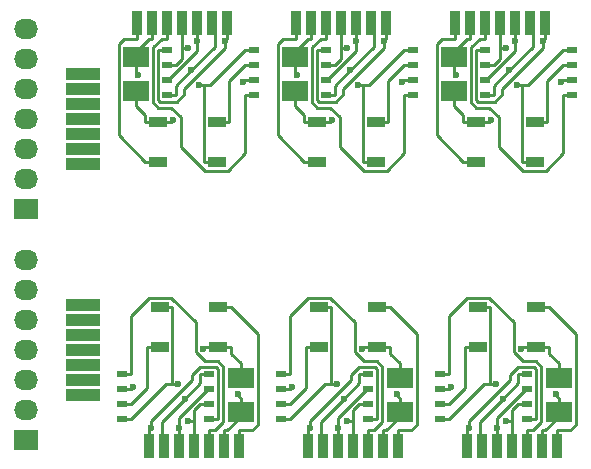
<source format=gtl>
G04 #@! TF.FileFunction,Copper,L1,Top,Signal*
%FSLAX46Y46*%
G04 Gerber Fmt 4.6, Leading zero omitted, Abs format (unit mm)*
G04 Created by KiCad (PCBNEW 4.0.4+e1-6308~48~ubuntu16.04.1-stable) date Mon Nov 28 22:29:59 2016*
%MOMM*%
%LPD*%
G01*
G04 APERTURE LIST*
%ADD10C,0.100000*%
%ADD11R,0.850000X0.480000*%
%ADD12R,1.524000X0.900000*%
%ADD13R,0.900000X2.000000*%
%ADD14R,2.230000X1.800000*%
%ADD15R,3.000000X1.100000*%
%ADD16R,2.032000X1.727200*%
%ADD17O,2.032000X1.727200*%
%ADD18C,0.600000*%
%ADD19C,0.250000*%
G04 APERTURE END LIST*
D10*
D11*
X134874000Y-138430000D03*
X134874000Y-139700000D03*
X134874000Y-140970000D03*
X134874000Y-142240000D03*
X142240000Y-138430000D03*
X142240000Y-139700000D03*
X142240000Y-140970000D03*
X142240000Y-142240000D03*
D12*
X143002000Y-136144000D03*
X143002000Y-132778500D03*
X138049000Y-136144000D03*
X138049000Y-132778500D03*
D13*
X137160000Y-144526000D03*
X138430000Y-144526000D03*
X139700000Y-144526000D03*
X140970000Y-144526000D03*
X142240000Y-144526000D03*
X143510000Y-144526000D03*
X144780000Y-144526000D03*
D14*
X144907000Y-141668000D03*
X144907000Y-138748000D03*
D11*
X161798000Y-138430000D03*
X161798000Y-139700000D03*
X161798000Y-140970000D03*
X161798000Y-142240000D03*
X169164000Y-138430000D03*
X169164000Y-139700000D03*
X169164000Y-140970000D03*
X169164000Y-142240000D03*
D12*
X169926000Y-136144000D03*
X169926000Y-132778500D03*
X164973000Y-136144000D03*
X164973000Y-132778500D03*
D13*
X164084000Y-144526000D03*
X165354000Y-144526000D03*
X166624000Y-144526000D03*
X167894000Y-144526000D03*
X169164000Y-144526000D03*
X170434000Y-144526000D03*
X171704000Y-144526000D03*
D14*
X171831000Y-141668000D03*
X171831000Y-138748000D03*
D15*
X131588000Y-140208000D03*
X131588000Y-138938000D03*
X131588000Y-137668000D03*
X131588000Y-136398000D03*
X131588000Y-135128000D03*
X131588000Y-133858000D03*
X131588000Y-132588000D03*
D16*
X126746000Y-124460000D03*
D17*
X126746000Y-121920000D03*
X126746000Y-119380000D03*
X126746000Y-116840000D03*
X126746000Y-114300000D03*
X126746000Y-111760000D03*
X126746000Y-109220000D03*
D15*
X131588000Y-120650000D03*
X131588000Y-119380000D03*
X131588000Y-118110000D03*
X131588000Y-116840000D03*
X131588000Y-115570000D03*
X131588000Y-114300000D03*
X131588000Y-113030000D03*
D16*
X126746000Y-144018000D03*
D17*
X126746000Y-141478000D03*
X126746000Y-138938000D03*
X126746000Y-136398000D03*
X126746000Y-133858000D03*
X126746000Y-131318000D03*
X126746000Y-128778000D03*
D14*
X136017000Y-111570000D03*
X136017000Y-114490000D03*
D13*
X143764000Y-108712000D03*
X142494000Y-108712000D03*
X141224000Y-108712000D03*
X139954000Y-108712000D03*
X138684000Y-108712000D03*
X137414000Y-108712000D03*
X136144000Y-108712000D03*
D12*
X137922000Y-117094000D03*
X137922000Y-120459500D03*
X142875000Y-117094000D03*
X142875000Y-120459500D03*
D11*
X146050000Y-114808000D03*
X146050000Y-113538000D03*
X146050000Y-112268000D03*
X146050000Y-110998000D03*
X138684000Y-114808000D03*
X138684000Y-113538000D03*
X138684000Y-112268000D03*
X138684000Y-110998000D03*
D14*
X149479000Y-111570000D03*
X149479000Y-114490000D03*
D13*
X157226000Y-108712000D03*
X155956000Y-108712000D03*
X154686000Y-108712000D03*
X153416000Y-108712000D03*
X152146000Y-108712000D03*
X150876000Y-108712000D03*
X149606000Y-108712000D03*
D12*
X151384000Y-117094000D03*
X151384000Y-120459500D03*
X156337000Y-117094000D03*
X156337000Y-120459500D03*
D11*
X159512000Y-114808000D03*
X159512000Y-113538000D03*
X159512000Y-112268000D03*
X159512000Y-110998000D03*
X152146000Y-114808000D03*
X152146000Y-113538000D03*
X152146000Y-112268000D03*
X152146000Y-110998000D03*
D14*
X162941000Y-111570000D03*
X162941000Y-114490000D03*
D13*
X170688000Y-108712000D03*
X169418000Y-108712000D03*
X168148000Y-108712000D03*
X166878000Y-108712000D03*
X165608000Y-108712000D03*
X164338000Y-108712000D03*
X163068000Y-108712000D03*
D12*
X164846000Y-117094000D03*
X164846000Y-120459500D03*
X169799000Y-117094000D03*
X169799000Y-120459500D03*
D11*
X172974000Y-114808000D03*
X172974000Y-113538000D03*
X172974000Y-112268000D03*
X172974000Y-110998000D03*
X165608000Y-114808000D03*
X165608000Y-113538000D03*
X165608000Y-112268000D03*
X165608000Y-110998000D03*
D14*
X149479000Y-111570000D03*
X149479000Y-114490000D03*
D13*
X157226000Y-108712000D03*
X155956000Y-108712000D03*
X154686000Y-108712000D03*
X153416000Y-108712000D03*
X152146000Y-108712000D03*
X150876000Y-108712000D03*
X149606000Y-108712000D03*
D12*
X151384000Y-117094000D03*
X151384000Y-120459500D03*
X156337000Y-117094000D03*
X156337000Y-120459500D03*
D11*
X159512000Y-114808000D03*
X159512000Y-113538000D03*
X159512000Y-112268000D03*
X159512000Y-110998000D03*
X152146000Y-114808000D03*
X152146000Y-113538000D03*
X152146000Y-112268000D03*
X152146000Y-110998000D03*
D14*
X158369000Y-141668000D03*
X158369000Y-138748000D03*
D13*
X150622000Y-144526000D03*
X151892000Y-144526000D03*
X153162000Y-144526000D03*
X154432000Y-144526000D03*
X155702000Y-144526000D03*
X156972000Y-144526000D03*
X158242000Y-144526000D03*
D12*
X156464000Y-136144000D03*
X156464000Y-132778500D03*
X151511000Y-136144000D03*
X151511000Y-132778500D03*
D11*
X148336000Y-138430000D03*
X148336000Y-139700000D03*
X148336000Y-140970000D03*
X148336000Y-142240000D03*
X155702000Y-138430000D03*
X155702000Y-139700000D03*
X155702000Y-140970000D03*
X155702000Y-142240000D03*
D18*
X144714700Y-140160400D03*
X139577000Y-139264600D03*
X171638700Y-140160400D03*
X166501000Y-139264600D03*
X154809000Y-113973400D03*
X141347000Y-113973400D03*
X136209300Y-113077600D03*
X149671300Y-113077600D03*
X168271000Y-113973400D03*
X163133300Y-113077600D03*
X154809000Y-113973400D03*
X149671300Y-113077600D03*
X153039000Y-139264600D03*
X158176700Y-140160400D03*
X140196400Y-140515400D03*
X141729600Y-136329100D03*
X167120400Y-140515400D03*
X168653600Y-136329100D03*
X139194400Y-116908900D03*
X140727600Y-112722600D03*
X152656400Y-116908900D03*
X154189600Y-112722600D03*
X166118400Y-116908900D03*
X167651600Y-112722600D03*
X152656400Y-116908900D03*
X154189600Y-112722600D03*
X155191600Y-136329100D03*
X153658400Y-140515400D03*
X137312400Y-143024400D03*
X164236400Y-143024400D03*
X143611600Y-110213600D03*
X157073600Y-110213600D03*
X170535600Y-110213600D03*
X157073600Y-110213600D03*
X150774400Y-143024400D03*
X140454700Y-142431600D03*
X167378700Y-142431600D03*
X140469300Y-110806400D03*
X153931300Y-110806400D03*
X167393300Y-110806400D03*
X153931300Y-110806400D03*
X153916700Y-142431600D03*
X139700000Y-142996500D03*
X166624000Y-142996500D03*
X141224000Y-110241500D03*
X154686000Y-110241500D03*
X168148000Y-110241500D03*
X154686000Y-110241500D03*
X153162000Y-142996500D03*
X135811800Y-139508700D03*
X162735800Y-139508700D03*
X149273800Y-139508700D03*
X158574200Y-113729300D03*
X145112200Y-113729300D03*
X172036200Y-113729300D03*
X158574200Y-113729300D03*
D19*
X126746000Y-114300000D02*
X127508000Y-114300000D01*
X127000000Y-116586000D02*
X126746000Y-116840000D01*
X126746000Y-133858000D02*
X127508000Y-133858000D01*
X127000000Y-136144000D02*
X126746000Y-136398000D01*
X135624300Y-140970000D02*
X136961700Y-139632600D01*
X136961700Y-139632600D02*
X136961700Y-136144000D01*
X138049000Y-136144000D02*
X136961700Y-136144000D01*
X134874000Y-140970000D02*
X135624300Y-140970000D01*
X162548300Y-140970000D02*
X163885700Y-139632600D01*
X163885700Y-139632600D02*
X163885700Y-136144000D01*
X164973000Y-136144000D02*
X163885700Y-136144000D01*
X161798000Y-140970000D02*
X162548300Y-140970000D01*
X143962300Y-113605400D02*
X143962300Y-117094000D01*
X145299700Y-112268000D02*
X143962300Y-113605400D01*
X146050000Y-112268000D02*
X145299700Y-112268000D01*
X142875000Y-117094000D02*
X143962300Y-117094000D01*
X157424300Y-113605400D02*
X157424300Y-117094000D01*
X158761700Y-112268000D02*
X157424300Y-113605400D01*
X159512000Y-112268000D02*
X158761700Y-112268000D01*
X156337000Y-117094000D02*
X157424300Y-117094000D01*
X170886300Y-113605400D02*
X170886300Y-117094000D01*
X172223700Y-112268000D02*
X170886300Y-113605400D01*
X172974000Y-112268000D02*
X172223700Y-112268000D01*
X169799000Y-117094000D02*
X170886300Y-117094000D01*
X156337000Y-117094000D02*
X157424300Y-117094000D01*
X157424300Y-113605400D02*
X157424300Y-117094000D01*
X158761700Y-112268000D02*
X157424300Y-113605400D01*
X159512000Y-112268000D02*
X158761700Y-112268000D01*
X148336000Y-140970000D02*
X149086300Y-140970000D01*
X151511000Y-136144000D02*
X150423700Y-136144000D01*
X150423700Y-139632600D02*
X150423700Y-136144000D01*
X149086300Y-140970000D02*
X150423700Y-139632600D01*
X144907000Y-141668000D02*
X144907000Y-140442700D01*
X144714700Y-140160400D02*
X144714700Y-140250400D01*
X144714700Y-140250400D02*
X144907000Y-140442700D01*
X144907000Y-142053700D02*
X143760000Y-143200700D01*
X143760000Y-143200700D02*
X143510000Y-143200700D01*
X139577000Y-139264600D02*
X139136300Y-139264600D01*
X139136300Y-139264600D02*
X138599700Y-139264600D01*
X138599700Y-139264600D02*
X135624300Y-142240000D01*
X139136300Y-139264600D02*
X139136300Y-132778500D01*
X138049000Y-132778500D02*
X139136300Y-132778500D01*
X134874000Y-142240000D02*
X135624300Y-142240000D01*
X143510000Y-144526000D02*
X143510000Y-143200700D01*
X144907000Y-141668000D02*
X144907000Y-142053700D01*
X171831000Y-141668000D02*
X171831000Y-140442700D01*
X171638700Y-140160400D02*
X171638700Y-140250400D01*
X171638700Y-140250400D02*
X171831000Y-140442700D01*
X171831000Y-142053700D02*
X170684000Y-143200700D01*
X170684000Y-143200700D02*
X170434000Y-143200700D01*
X166501000Y-139264600D02*
X166060300Y-139264600D01*
X166060300Y-139264600D02*
X165523700Y-139264600D01*
X165523700Y-139264600D02*
X162548300Y-142240000D01*
X166060300Y-139264600D02*
X166060300Y-132778500D01*
X164973000Y-132778500D02*
X166060300Y-132778500D01*
X161798000Y-142240000D02*
X162548300Y-142240000D01*
X170434000Y-144526000D02*
X170434000Y-143200700D01*
X171831000Y-141668000D02*
X171831000Y-142053700D01*
X155249700Y-113973400D02*
X155249700Y-120459500D01*
X155249700Y-113973400D02*
X155786300Y-113973400D01*
X154809000Y-113973400D02*
X155249700Y-113973400D01*
X136017000Y-111570000D02*
X136017000Y-111184300D01*
X137414000Y-108712000D02*
X137414000Y-110037300D01*
X146050000Y-110998000D02*
X145299700Y-110998000D01*
X142875000Y-120459500D02*
X141787700Y-120459500D01*
X141787700Y-113973400D02*
X141787700Y-120459500D01*
X142324300Y-113973400D02*
X145299700Y-110998000D01*
X141787700Y-113973400D02*
X142324300Y-113973400D01*
X141347000Y-113973400D02*
X141787700Y-113973400D01*
X137164000Y-110037300D02*
X137414000Y-110037300D01*
X136017000Y-111184300D02*
X137164000Y-110037300D01*
X136209300Y-112987600D02*
X136017000Y-112795300D01*
X136209300Y-113077600D02*
X136209300Y-112987600D01*
X136017000Y-111570000D02*
X136017000Y-112795300D01*
X149479000Y-111570000D02*
X149479000Y-111184300D01*
X150876000Y-108712000D02*
X150876000Y-110037300D01*
X159512000Y-110998000D02*
X158761700Y-110998000D01*
X156337000Y-120459500D02*
X155249700Y-120459500D01*
X155786300Y-113973400D02*
X158761700Y-110998000D01*
X150626000Y-110037300D02*
X150876000Y-110037300D01*
X149479000Y-111184300D02*
X150626000Y-110037300D01*
X149671300Y-112987600D02*
X149479000Y-112795300D01*
X149671300Y-113077600D02*
X149671300Y-112987600D01*
X149479000Y-111570000D02*
X149479000Y-112795300D01*
X162941000Y-111570000D02*
X162941000Y-111184300D01*
X164338000Y-108712000D02*
X164338000Y-110037300D01*
X172974000Y-110998000D02*
X172223700Y-110998000D01*
X169799000Y-120459500D02*
X168711700Y-120459500D01*
X168711700Y-113973400D02*
X168711700Y-120459500D01*
X169248300Y-113973400D02*
X172223700Y-110998000D01*
X168711700Y-113973400D02*
X169248300Y-113973400D01*
X168271000Y-113973400D02*
X168711700Y-113973400D01*
X164088000Y-110037300D02*
X164338000Y-110037300D01*
X162941000Y-111184300D02*
X164088000Y-110037300D01*
X163133300Y-112987600D02*
X162941000Y-112795300D01*
X163133300Y-113077600D02*
X163133300Y-112987600D01*
X162941000Y-111570000D02*
X162941000Y-112795300D01*
X149479000Y-111570000D02*
X149479000Y-111184300D01*
X150876000Y-108712000D02*
X150876000Y-110037300D01*
X159512000Y-110998000D02*
X158761700Y-110998000D01*
X156337000Y-120459500D02*
X155249700Y-120459500D01*
X155249700Y-113973400D02*
X155249700Y-120459500D01*
X155786300Y-113973400D02*
X158761700Y-110998000D01*
X155249700Y-113973400D02*
X155786300Y-113973400D01*
X150626000Y-110037300D02*
X150876000Y-110037300D01*
X149479000Y-111184300D02*
X150626000Y-110037300D01*
X149479000Y-111570000D02*
X149479000Y-112795300D01*
X154809000Y-113973400D02*
X155249700Y-113973400D01*
X149671300Y-112987600D02*
X149479000Y-112795300D01*
X149671300Y-113077600D02*
X149671300Y-112987600D01*
X158369000Y-141668000D02*
X158369000Y-142053700D01*
X156972000Y-144526000D02*
X156972000Y-143200700D01*
X148336000Y-142240000D02*
X149086300Y-142240000D01*
X151511000Y-132778500D02*
X152598300Y-132778500D01*
X152598300Y-139264600D02*
X152598300Y-132778500D01*
X152061700Y-139264600D02*
X149086300Y-142240000D01*
X152598300Y-139264600D02*
X152061700Y-139264600D01*
X153039000Y-139264600D02*
X152598300Y-139264600D01*
X157222000Y-143200700D02*
X156972000Y-143200700D01*
X158369000Y-142053700D02*
X157222000Y-143200700D01*
X158176700Y-140250400D02*
X158369000Y-140442700D01*
X158176700Y-140160400D02*
X158176700Y-140250400D01*
X158369000Y-141668000D02*
X158369000Y-140442700D01*
X140196400Y-140515400D02*
X138213000Y-142498800D01*
X138213000Y-142498800D02*
X138213000Y-144309000D01*
X141489700Y-138430000D02*
X141489700Y-139222100D01*
X141489700Y-139222100D02*
X140196400Y-140515400D01*
X141729600Y-136329100D02*
X141914700Y-136144000D01*
X142240000Y-138430000D02*
X141489700Y-138430000D01*
X138213000Y-144309000D02*
X138430000Y-144526000D01*
X143002000Y-136144000D02*
X141914700Y-136144000D01*
X144907000Y-138748000D02*
X144907000Y-137522700D01*
X143002000Y-136144000D02*
X144089300Y-136144000D01*
X144089300Y-136144000D02*
X144089300Y-136705000D01*
X144089300Y-136705000D02*
X144907000Y-137522700D01*
X167120400Y-140515400D02*
X165137000Y-142498800D01*
X165137000Y-142498800D02*
X165137000Y-144309000D01*
X168413700Y-138430000D02*
X168413700Y-139222100D01*
X168413700Y-139222100D02*
X167120400Y-140515400D01*
X168653600Y-136329100D02*
X168838700Y-136144000D01*
X169164000Y-138430000D02*
X168413700Y-138430000D01*
X165137000Y-144309000D02*
X165354000Y-144526000D01*
X169926000Y-136144000D02*
X168838700Y-136144000D01*
X171831000Y-138748000D02*
X171831000Y-137522700D01*
X169926000Y-136144000D02*
X171013300Y-136144000D01*
X171013300Y-136144000D02*
X171013300Y-136705000D01*
X171013300Y-136705000D02*
X171831000Y-137522700D01*
X136834700Y-116533000D02*
X136017000Y-115715300D01*
X136834700Y-117094000D02*
X136834700Y-116533000D01*
X137922000Y-117094000D02*
X136834700Y-117094000D01*
X136017000Y-114490000D02*
X136017000Y-115715300D01*
X137922000Y-117094000D02*
X139009300Y-117094000D01*
X142711000Y-108929000D02*
X142494000Y-108712000D01*
X138684000Y-114808000D02*
X139434300Y-114808000D01*
X139194400Y-116908900D02*
X139009300Y-117094000D01*
X139434300Y-114015900D02*
X140727600Y-112722600D01*
X139434300Y-114808000D02*
X139434300Y-114015900D01*
X142711000Y-110739200D02*
X142711000Y-108929000D01*
X140727600Y-112722600D02*
X142711000Y-110739200D01*
X150296700Y-116533000D02*
X149479000Y-115715300D01*
X150296700Y-117094000D02*
X150296700Y-116533000D01*
X151384000Y-117094000D02*
X150296700Y-117094000D01*
X149479000Y-114490000D02*
X149479000Y-115715300D01*
X151384000Y-117094000D02*
X152471300Y-117094000D01*
X156173000Y-108929000D02*
X155956000Y-108712000D01*
X152146000Y-114808000D02*
X152896300Y-114808000D01*
X152656400Y-116908900D02*
X152471300Y-117094000D01*
X152896300Y-114015900D02*
X154189600Y-112722600D01*
X152896300Y-114808000D02*
X152896300Y-114015900D01*
X156173000Y-110739200D02*
X156173000Y-108929000D01*
X154189600Y-112722600D02*
X156173000Y-110739200D01*
X163758700Y-116533000D02*
X162941000Y-115715300D01*
X163758700Y-117094000D02*
X163758700Y-116533000D01*
X164846000Y-117094000D02*
X163758700Y-117094000D01*
X162941000Y-114490000D02*
X162941000Y-115715300D01*
X164846000Y-117094000D02*
X165933300Y-117094000D01*
X169635000Y-108929000D02*
X169418000Y-108712000D01*
X165608000Y-114808000D02*
X166358300Y-114808000D01*
X166118400Y-116908900D02*
X165933300Y-117094000D01*
X166358300Y-114015900D02*
X167651600Y-112722600D01*
X166358300Y-114808000D02*
X166358300Y-114015900D01*
X169635000Y-110739200D02*
X169635000Y-108929000D01*
X167651600Y-112722600D02*
X169635000Y-110739200D01*
X150296700Y-116533000D02*
X149479000Y-115715300D01*
X150296700Y-117094000D02*
X150296700Y-116533000D01*
X151384000Y-117094000D02*
X150296700Y-117094000D01*
X149479000Y-114490000D02*
X149479000Y-115715300D01*
X151384000Y-117094000D02*
X152471300Y-117094000D01*
X156173000Y-108929000D02*
X155956000Y-108712000D01*
X152146000Y-114808000D02*
X152896300Y-114808000D01*
X152656400Y-116908900D02*
X152471300Y-117094000D01*
X152896300Y-114015900D02*
X154189600Y-112722600D01*
X152896300Y-114808000D02*
X152896300Y-114015900D01*
X156173000Y-110739200D02*
X156173000Y-108929000D01*
X154189600Y-112722600D02*
X156173000Y-110739200D01*
X157551300Y-136705000D02*
X158369000Y-137522700D01*
X157551300Y-136144000D02*
X157551300Y-136705000D01*
X156464000Y-136144000D02*
X157551300Y-136144000D01*
X158369000Y-138748000D02*
X158369000Y-137522700D01*
X156464000Y-136144000D02*
X155376700Y-136144000D01*
X151675000Y-144309000D02*
X151892000Y-144526000D01*
X155702000Y-138430000D02*
X154951700Y-138430000D01*
X155191600Y-136329100D02*
X155376700Y-136144000D01*
X154951700Y-139222100D02*
X153658400Y-140515400D01*
X154951700Y-138430000D02*
X154951700Y-139222100D01*
X151675000Y-142498800D02*
X151675000Y-144309000D01*
X153658400Y-140515400D02*
X151675000Y-142498800D01*
X142240000Y-142240000D02*
X142990300Y-142240000D01*
X142990300Y-142240000D02*
X142990300Y-138016000D01*
X142990300Y-138016000D02*
X142823500Y-137849200D01*
X142823500Y-137849200D02*
X141433600Y-137849200D01*
X141433600Y-137849200D02*
X140780100Y-138502700D01*
X140780100Y-138502700D02*
X140780100Y-138964000D01*
X140780100Y-138964000D02*
X137312400Y-142431700D01*
X137312400Y-142431700D02*
X137312400Y-143024400D01*
X137312400Y-143024400D02*
X137312400Y-143048300D01*
X137312400Y-143048300D02*
X137160000Y-143200700D01*
X137160000Y-144526000D02*
X137160000Y-143200700D01*
X169164000Y-142240000D02*
X169914300Y-142240000D01*
X169914300Y-142240000D02*
X169914300Y-138016000D01*
X169914300Y-138016000D02*
X169747500Y-137849200D01*
X169747500Y-137849200D02*
X168357600Y-137849200D01*
X168357600Y-137849200D02*
X167704100Y-138502700D01*
X167704100Y-138502700D02*
X167704100Y-138964000D01*
X167704100Y-138964000D02*
X164236400Y-142431700D01*
X164236400Y-142431700D02*
X164236400Y-143024400D01*
X164236400Y-143024400D02*
X164236400Y-143048300D01*
X164236400Y-143048300D02*
X164084000Y-143200700D01*
X164084000Y-144526000D02*
X164084000Y-143200700D01*
X143764000Y-108712000D02*
X143764000Y-110037300D01*
X143611600Y-110189700D02*
X143764000Y-110037300D01*
X143611600Y-110213600D02*
X143611600Y-110189700D01*
X143611600Y-110806300D02*
X143611600Y-110213600D01*
X140143900Y-114274000D02*
X143611600Y-110806300D01*
X140143900Y-114735300D02*
X140143900Y-114274000D01*
X139490400Y-115388800D02*
X140143900Y-114735300D01*
X138100500Y-115388800D02*
X139490400Y-115388800D01*
X137933700Y-115222000D02*
X138100500Y-115388800D01*
X137933700Y-110998000D02*
X137933700Y-115222000D01*
X138684000Y-110998000D02*
X137933700Y-110998000D01*
X157226000Y-108712000D02*
X157226000Y-110037300D01*
X157073600Y-110189700D02*
X157226000Y-110037300D01*
X157073600Y-110213600D02*
X157073600Y-110189700D01*
X157073600Y-110806300D02*
X157073600Y-110213600D01*
X153605900Y-114274000D02*
X157073600Y-110806300D01*
X153605900Y-114735300D02*
X153605900Y-114274000D01*
X152952400Y-115388800D02*
X153605900Y-114735300D01*
X151562500Y-115388800D02*
X152952400Y-115388800D01*
X151395700Y-115222000D02*
X151562500Y-115388800D01*
X170688000Y-108712000D02*
X170688000Y-110037300D01*
X170535600Y-110189700D02*
X170688000Y-110037300D01*
X170535600Y-110213600D02*
X170535600Y-110189700D01*
X170535600Y-110806300D02*
X170535600Y-110213600D01*
X167067900Y-114274000D02*
X170535600Y-110806300D01*
X167067900Y-114735300D02*
X167067900Y-114274000D01*
X166414400Y-115388800D02*
X167067900Y-114735300D01*
X165024500Y-115388800D02*
X166414400Y-115388800D01*
X164857700Y-115222000D02*
X165024500Y-115388800D01*
X164857700Y-110998000D02*
X164857700Y-115222000D01*
X165608000Y-110998000D02*
X164857700Y-110998000D01*
X157226000Y-108712000D02*
X157226000Y-110037300D01*
X157073600Y-110189700D02*
X157226000Y-110037300D01*
X157073600Y-110213600D02*
X157073600Y-110189700D01*
X157073600Y-110806300D02*
X157073600Y-110213600D01*
X153605900Y-114274000D02*
X157073600Y-110806300D01*
X153605900Y-114735300D02*
X153605900Y-114274000D01*
X152952400Y-115388800D02*
X153605900Y-114735300D01*
X151562500Y-115388800D02*
X152952400Y-115388800D01*
X151395700Y-115222000D02*
X151562500Y-115388800D01*
X151395700Y-110998000D02*
X151395700Y-115222000D01*
X152146000Y-110998000D02*
X151395700Y-110998000D01*
X151395700Y-110998000D02*
X151395700Y-115222000D01*
X152146000Y-110998000D02*
X151395700Y-110998000D01*
X150622000Y-144526000D02*
X150622000Y-143200700D01*
X150774400Y-143048300D02*
X150622000Y-143200700D01*
X150774400Y-143024400D02*
X150774400Y-143048300D01*
X150774400Y-142431700D02*
X150774400Y-143024400D01*
X154242100Y-138964000D02*
X150774400Y-142431700D01*
X154242100Y-138502700D02*
X154242100Y-138964000D01*
X154895600Y-137849200D02*
X154242100Y-138502700D01*
X156285500Y-137849200D02*
X154895600Y-137849200D01*
X156452300Y-138016000D02*
X156285500Y-137849200D01*
X156452300Y-142240000D02*
X156452300Y-138016000D01*
X155702000Y-142240000D02*
X156452300Y-142240000D01*
X142240000Y-144526000D02*
X142240000Y-143200700D01*
X134874000Y-138430000D02*
X135624300Y-138430000D01*
X135624300Y-138430000D02*
X135624300Y-133500500D01*
X135624300Y-133500500D02*
X137121700Y-132003100D01*
X137121700Y-132003100D02*
X139036400Y-132003100D01*
X139036400Y-132003100D02*
X141093000Y-134059700D01*
X141093000Y-134059700D02*
X141093000Y-136592500D01*
X141093000Y-136592500D02*
X141869500Y-137369000D01*
X141869500Y-137369000D02*
X142988700Y-137369000D01*
X142988700Y-137369000D02*
X143440700Y-137821000D01*
X143440700Y-137821000D02*
X143440700Y-142465200D01*
X143440700Y-142465200D02*
X142705200Y-143200700D01*
X142705200Y-143200700D02*
X142240000Y-143200700D01*
X169164000Y-144526000D02*
X169164000Y-143200700D01*
X161798000Y-138430000D02*
X162548300Y-138430000D01*
X162548300Y-138430000D02*
X162548300Y-133500500D01*
X162548300Y-133500500D02*
X164045700Y-132003100D01*
X164045700Y-132003100D02*
X165960400Y-132003100D01*
X165960400Y-132003100D02*
X168017000Y-134059700D01*
X168017000Y-134059700D02*
X168017000Y-136592500D01*
X168017000Y-136592500D02*
X168793500Y-137369000D01*
X168793500Y-137369000D02*
X169912700Y-137369000D01*
X169912700Y-137369000D02*
X170364700Y-137821000D01*
X170364700Y-137821000D02*
X170364700Y-142465200D01*
X170364700Y-142465200D02*
X169629200Y-143200700D01*
X169629200Y-143200700D02*
X169164000Y-143200700D01*
X153293000Y-119178300D02*
X153293000Y-116645500D01*
X155349600Y-121234900D02*
X153293000Y-119178300D01*
X157264300Y-121234900D02*
X155349600Y-121234900D01*
X158761700Y-119737500D02*
X157264300Y-121234900D01*
X158761700Y-114808000D02*
X158761700Y-119737500D01*
X138218800Y-110037300D02*
X138684000Y-110037300D01*
X137483300Y-110772800D02*
X138218800Y-110037300D01*
X137483300Y-115417000D02*
X137483300Y-110772800D01*
X137935300Y-115869000D02*
X137483300Y-115417000D01*
X139054500Y-115869000D02*
X137935300Y-115869000D01*
X139831000Y-116645500D02*
X139054500Y-115869000D01*
X139831000Y-119178300D02*
X139831000Y-116645500D01*
X141887600Y-121234900D02*
X139831000Y-119178300D01*
X143802300Y-121234900D02*
X141887600Y-121234900D01*
X145299700Y-119737500D02*
X143802300Y-121234900D01*
X145299700Y-114808000D02*
X145299700Y-119737500D01*
X146050000Y-114808000D02*
X145299700Y-114808000D01*
X138684000Y-108712000D02*
X138684000Y-110037300D01*
X151680800Y-110037300D02*
X152146000Y-110037300D01*
X150945300Y-110772800D02*
X151680800Y-110037300D01*
X150945300Y-115417000D02*
X150945300Y-110772800D01*
X151397300Y-115869000D02*
X150945300Y-115417000D01*
X152516500Y-115869000D02*
X151397300Y-115869000D01*
X153293000Y-116645500D02*
X152516500Y-115869000D01*
X153293000Y-119178300D02*
X153293000Y-116645500D01*
X155349600Y-121234900D02*
X153293000Y-119178300D01*
X157264300Y-121234900D02*
X155349600Y-121234900D01*
X158761700Y-119737500D02*
X157264300Y-121234900D01*
X158761700Y-114808000D02*
X158761700Y-119737500D01*
X159512000Y-114808000D02*
X158761700Y-114808000D01*
X152146000Y-108712000D02*
X152146000Y-110037300D01*
X165142800Y-110037300D02*
X165608000Y-110037300D01*
X164407300Y-110772800D02*
X165142800Y-110037300D01*
X164407300Y-115417000D02*
X164407300Y-110772800D01*
X164859300Y-115869000D02*
X164407300Y-115417000D01*
X165978500Y-115869000D02*
X164859300Y-115869000D01*
X166755000Y-116645500D02*
X165978500Y-115869000D01*
X166755000Y-119178300D02*
X166755000Y-116645500D01*
X168811600Y-121234900D02*
X166755000Y-119178300D01*
X170726300Y-121234900D02*
X168811600Y-121234900D01*
X172223700Y-119737500D02*
X170726300Y-121234900D01*
X172223700Y-114808000D02*
X172223700Y-119737500D01*
X172974000Y-114808000D02*
X172223700Y-114808000D01*
X165608000Y-108712000D02*
X165608000Y-110037300D01*
X151680800Y-110037300D02*
X152146000Y-110037300D01*
X150945300Y-110772800D02*
X151680800Y-110037300D01*
X150945300Y-115417000D02*
X150945300Y-110772800D01*
X151397300Y-115869000D02*
X150945300Y-115417000D01*
X152516500Y-115869000D02*
X151397300Y-115869000D01*
X153293000Y-116645500D02*
X152516500Y-115869000D01*
X159512000Y-114808000D02*
X158761700Y-114808000D01*
X152146000Y-108712000D02*
X152146000Y-110037300D01*
X156167200Y-143200700D02*
X155702000Y-143200700D01*
X156902700Y-142465200D02*
X156167200Y-143200700D01*
X156902700Y-137821000D02*
X156902700Y-142465200D01*
X156450700Y-137369000D02*
X156902700Y-137821000D01*
X155331500Y-137369000D02*
X156450700Y-137369000D01*
X154555000Y-136592500D02*
X155331500Y-137369000D01*
X154555000Y-134059700D02*
X154555000Y-136592500D01*
X152498400Y-132003100D02*
X154555000Y-134059700D01*
X150583700Y-132003100D02*
X152498400Y-132003100D01*
X149086300Y-133500500D02*
X150583700Y-132003100D01*
X149086300Y-138430000D02*
X149086300Y-133500500D01*
X148336000Y-138430000D02*
X149086300Y-138430000D01*
X155702000Y-144526000D02*
X155702000Y-143200700D01*
X144780000Y-144526000D02*
X144780000Y-143200700D01*
X143002000Y-132778500D02*
X144089300Y-132778500D01*
X144089300Y-132778500D02*
X146347400Y-135036600D01*
X146347400Y-135036600D02*
X146347400Y-142746900D01*
X146347400Y-142746900D02*
X145893600Y-143200700D01*
X145893600Y-143200700D02*
X144780000Y-143200700D01*
X171704000Y-144526000D02*
X171704000Y-143200700D01*
X169926000Y-132778500D02*
X171013300Y-132778500D01*
X171013300Y-132778500D02*
X173271400Y-135036600D01*
X173271400Y-135036600D02*
X173271400Y-142746900D01*
X173271400Y-142746900D02*
X172817600Y-143200700D01*
X172817600Y-143200700D02*
X171704000Y-143200700D01*
X135030400Y-110037300D02*
X136144000Y-110037300D01*
X134576600Y-110491100D02*
X135030400Y-110037300D01*
X134576600Y-118201400D02*
X134576600Y-110491100D01*
X136834700Y-120459500D02*
X134576600Y-118201400D01*
X137922000Y-120459500D02*
X136834700Y-120459500D01*
X136144000Y-108712000D02*
X136144000Y-110037300D01*
X148492400Y-110037300D02*
X149606000Y-110037300D01*
X148038600Y-110491100D02*
X148492400Y-110037300D01*
X148038600Y-118201400D02*
X148038600Y-110491100D01*
X150296700Y-120459500D02*
X148038600Y-118201400D01*
X151384000Y-120459500D02*
X150296700Y-120459500D01*
X149606000Y-108712000D02*
X149606000Y-110037300D01*
X161954400Y-110037300D02*
X163068000Y-110037300D01*
X161500600Y-110491100D02*
X161954400Y-110037300D01*
X161500600Y-118201400D02*
X161500600Y-110491100D01*
X163758700Y-120459500D02*
X161500600Y-118201400D01*
X164846000Y-120459500D02*
X163758700Y-120459500D01*
X163068000Y-108712000D02*
X163068000Y-110037300D01*
X148492400Y-110037300D02*
X149606000Y-110037300D01*
X148038600Y-110491100D02*
X148492400Y-110037300D01*
X148038600Y-118201400D02*
X148038600Y-110491100D01*
X150296700Y-120459500D02*
X148038600Y-118201400D01*
X151384000Y-120459500D02*
X150296700Y-120459500D01*
X149606000Y-108712000D02*
X149606000Y-110037300D01*
X159355600Y-143200700D02*
X158242000Y-143200700D01*
X159809400Y-142746900D02*
X159355600Y-143200700D01*
X159809400Y-135036600D02*
X159809400Y-142746900D01*
X157551300Y-132778500D02*
X159809400Y-135036600D01*
X156464000Y-132778500D02*
X157551300Y-132778500D01*
X158242000Y-144526000D02*
X158242000Y-143200700D01*
X140970000Y-142431600D02*
X140970000Y-141489700D01*
X140970000Y-141489700D02*
X141489700Y-140970000D01*
X140970000Y-144526000D02*
X140970000Y-142431600D01*
X140970000Y-142431600D02*
X140454700Y-142431600D01*
X142240000Y-140970000D02*
X141489700Y-140970000D01*
X167894000Y-142431600D02*
X167894000Y-141489700D01*
X167894000Y-141489700D02*
X168413700Y-140970000D01*
X167894000Y-144526000D02*
X167894000Y-142431600D01*
X167894000Y-142431600D02*
X167378700Y-142431600D01*
X169164000Y-140970000D02*
X168413700Y-140970000D01*
X138684000Y-112268000D02*
X139434300Y-112268000D01*
X139954000Y-110806400D02*
X140469300Y-110806400D01*
X139954000Y-108712000D02*
X139954000Y-110806400D01*
X139954000Y-111748300D02*
X139434300Y-112268000D01*
X139954000Y-110806400D02*
X139954000Y-111748300D01*
X152146000Y-112268000D02*
X152896300Y-112268000D01*
X153416000Y-110806400D02*
X153931300Y-110806400D01*
X153416000Y-108712000D02*
X153416000Y-110806400D01*
X153416000Y-111748300D02*
X152896300Y-112268000D01*
X153416000Y-110806400D02*
X153416000Y-111748300D01*
X165608000Y-112268000D02*
X166358300Y-112268000D01*
X166878000Y-110806400D02*
X167393300Y-110806400D01*
X166878000Y-108712000D02*
X166878000Y-110806400D01*
X166878000Y-111748300D02*
X166358300Y-112268000D01*
X166878000Y-110806400D02*
X166878000Y-111748300D01*
X152146000Y-112268000D02*
X152896300Y-112268000D01*
X153416000Y-110806400D02*
X153931300Y-110806400D01*
X153416000Y-108712000D02*
X153416000Y-110806400D01*
X153416000Y-111748300D02*
X152896300Y-112268000D01*
X153416000Y-110806400D02*
X153416000Y-111748300D01*
X155702000Y-140970000D02*
X154951700Y-140970000D01*
X154432000Y-142431600D02*
X153916700Y-142431600D01*
X154432000Y-144526000D02*
X154432000Y-142431600D01*
X154432000Y-141489700D02*
X154951700Y-140970000D01*
X154432000Y-142431600D02*
X154432000Y-141489700D01*
X142240000Y-139700000D02*
X142122800Y-139700000D01*
X142122800Y-139700000D02*
X139700000Y-142122800D01*
X139700000Y-142122800D02*
X139700000Y-142996500D01*
X139700000Y-142996500D02*
X139700000Y-143200700D01*
X139700000Y-144526000D02*
X139700000Y-143200700D01*
X169164000Y-139700000D02*
X169046800Y-139700000D01*
X169046800Y-139700000D02*
X166624000Y-142122800D01*
X166624000Y-142122800D02*
X166624000Y-142996500D01*
X166624000Y-142996500D02*
X166624000Y-143200700D01*
X166624000Y-144526000D02*
X166624000Y-143200700D01*
X141224000Y-108712000D02*
X141224000Y-110037300D01*
X141224000Y-110241500D02*
X141224000Y-110037300D01*
X141224000Y-111115200D02*
X141224000Y-110241500D01*
X138801200Y-113538000D02*
X141224000Y-111115200D01*
X138684000Y-113538000D02*
X138801200Y-113538000D01*
X154686000Y-108712000D02*
X154686000Y-110037300D01*
X154686000Y-110241500D02*
X154686000Y-110037300D01*
X154686000Y-111115200D02*
X154686000Y-110241500D01*
X152263200Y-113538000D02*
X154686000Y-111115200D01*
X152146000Y-113538000D02*
X152263200Y-113538000D01*
X168148000Y-108712000D02*
X168148000Y-110037300D01*
X168148000Y-110241500D02*
X168148000Y-110037300D01*
X168148000Y-111115200D02*
X168148000Y-110241500D01*
X165725200Y-113538000D02*
X168148000Y-111115200D01*
X165608000Y-113538000D02*
X165725200Y-113538000D01*
X154686000Y-108712000D02*
X154686000Y-110037300D01*
X154686000Y-110241500D02*
X154686000Y-110037300D01*
X154686000Y-111115200D02*
X154686000Y-110241500D01*
X152263200Y-113538000D02*
X154686000Y-111115200D01*
X152146000Y-113538000D02*
X152263200Y-113538000D01*
X153162000Y-144526000D02*
X153162000Y-143200700D01*
X153162000Y-142996500D02*
X153162000Y-143200700D01*
X153162000Y-142122800D02*
X153162000Y-142996500D01*
X155584800Y-139700000D02*
X153162000Y-142122800D01*
X155702000Y-139700000D02*
X155584800Y-139700000D01*
X134874000Y-139700000D02*
X135624300Y-139700000D01*
X135624300Y-139700000D02*
X135624300Y-139696200D01*
X135624300Y-139696200D02*
X135811800Y-139508700D01*
X161798000Y-139700000D02*
X162548300Y-139700000D01*
X162548300Y-139700000D02*
X162548300Y-139696200D01*
X162548300Y-139696200D02*
X162735800Y-139508700D01*
X149086300Y-139696200D02*
X149273800Y-139508700D01*
X149086300Y-139700000D02*
X149086300Y-139696200D01*
X158761700Y-113541800D02*
X158574200Y-113729300D01*
X158761700Y-113538000D02*
X158761700Y-113541800D01*
X145299700Y-113541800D02*
X145112200Y-113729300D01*
X145299700Y-113538000D02*
X145299700Y-113541800D01*
X146050000Y-113538000D02*
X145299700Y-113538000D01*
X159512000Y-113538000D02*
X158761700Y-113538000D01*
X172223700Y-113541800D02*
X172036200Y-113729300D01*
X172223700Y-113538000D02*
X172223700Y-113541800D01*
X172974000Y-113538000D02*
X172223700Y-113538000D01*
X158761700Y-113541800D02*
X158574200Y-113729300D01*
X158761700Y-113538000D02*
X158761700Y-113541800D01*
X159512000Y-113538000D02*
X158761700Y-113538000D01*
X148336000Y-139700000D02*
X149086300Y-139700000D01*
M02*

</source>
